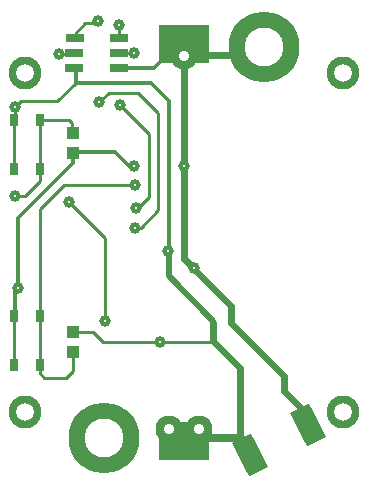
<source format=gbr>
G04 DipTrace 3.2.0.1*
G04 Âåðõíèé.gbr*
%MOMM*%
G04 #@! TF.FileFunction,Copper,L1,Top*
G04 #@! TF.Part,Single*
%AMOUTLINE0*
4,1,4,
-0.0733,-1.8343,
-1.52953,1.01517,
0.0733,1.8343,
1.52953,-1.01517,
-0.0733,-1.8343,
0*%
%AMOUTLINE3*
4,1,4,
0.7496,-0.3758,
0.75043,0.3742,
-0.7496,0.3758,
-0.75043,-0.3742,
0.7496,-0.3758,
0*%
%ADD15C,0.3*%
%ADD35C,1.5*%
%ADD36C,3.3*%
%ADD37C,0.9*%
G04 #@! TA.AperFunction,Conductor*
%ADD10C,0.25*%
%ADD14C,0.6*%
%ADD17C,0.35*%
%ADD18C,0.5*%
%ADD19C,0.7*%
G04 #@! TA.AperFunction,ComponentPad*
%ADD23C,2.8*%
%ADD24C,6.0*%
%ADD25R,1.0X1.1*%
G04 #@! TA.AperFunction,ComponentPad*
%ADD27C,2.3*%
%ADD28R,4.2X3.2*%
%ADD29R,0.7X1.1*%
G04 #@! TA.AperFunction,ViaPad*
%ADD34C,1.0*%
%ADD66OUTLINE0*%
%ADD69OUTLINE3*%
%FSLAX35Y35*%
G04*
G71*
G90*
G75*
G01*
G04 Top*
%LPD*%
X1051970Y-1541947D2*
D14*
Y-1464347D1*
X847950Y-1260327D1*
Y-1134087D1*
X393920Y-680057D1*
Y-534143D1*
X1280Y-141503D1*
Y649200D1*
X-551760Y1474373D2*
D15*
X-254960D1*
X-154333Y1575000D1*
X0D1*
D14*
Y1585410D1*
X605410D1*
D10*
X675000Y1655000D1*
X1280Y649200D2*
D14*
X0Y1575000D1*
X81533Y-215187D2*
X1280Y-141503D1*
X-940000Y755000D2*
D10*
Y763623D1*
D17*
X-582707D1*
D10*
X-468450Y649367D1*
X-421980D1*
X-940000Y755000D2*
D17*
Y673220D1*
X-1409827Y203393D1*
Y-388883D1*
D10*
X-1431383D1*
D17*
Y-616383D1*
D10*
X-1437500Y-622500D1*
Y-1037500D2*
Y-622500D1*
X553313Y-1796783D2*
D14*
X474890Y-1718357D1*
Y-1064650D1*
X246580Y-836340D1*
Y-681867D1*
D15*
Y-665510D1*
D18*
X-131203Y-287727D1*
Y-73790D1*
D15*
Y1199570D1*
X-283683Y1352050D1*
X-918313D1*
Y1464330D1*
X-928763Y1474780D1*
X-206500Y-840693D2*
D10*
X246580D1*
Y-836340D1*
X-206500Y-840693D2*
X-687570D1*
X-773263Y-755000D1*
X-940000D1*
X-1437500Y1037500D2*
X-1429197D1*
Y1149010D1*
X-1383027Y1195180D1*
X-1075183D1*
X-918313Y1352050D1*
X-1437500Y622500D2*
Y1037500D1*
X-1434233Y1150403D2*
X-1383027Y1195180D1*
X553313Y-1796783D2*
D19*
Y-1727423D1*
X480523Y-1654630D1*
X-26370D1*
D10*
X0Y-1681000D1*
X-133117Y-73790D2*
D15*
X-131203D1*
X-419263Y487223D2*
D10*
X-1016003D1*
X-1222500Y280727D1*
Y-622500D1*
X-940000Y-925000D2*
Y-1088710D1*
X-996297Y-1145007D1*
X-1185490D1*
X-1222500Y-1107997D1*
Y-1037500D1*
Y-622500D1*
X-553437Y1838343D2*
Y1730323D1*
X-551487Y1728373D1*
X-410337Y295387D2*
X-387540D1*
X-295473Y387453D1*
Y918237D1*
X-545530Y1168293D1*
X-730460Y1876063D2*
Y1856817D1*
X-838360D1*
X-928487Y1766690D1*
Y1728783D1*
X-413637Y122710D2*
X-369450D1*
X-218670Y273490D1*
Y1093543D1*
X-392093Y1266970D1*
X-638933D1*
X-720487Y1185417D1*
X-1056987Y1597400D2*
X-933007D1*
X-928623Y1601783D1*
X-425293Y1601153D2*
X-551407D1*
X-551623Y1601370D1*
X-667097Y-665390D2*
Y36550D1*
X-972023Y341477D1*
X-1222500Y1037500D2*
X-973620D1*
X-949767Y1013647D1*
Y934767D1*
X-940000Y925000D1*
X-1222500Y1037500D2*
Y622500D1*
Y521017D1*
X-1347757Y395760D1*
X-1433563D1*
D34*
X81533Y-215187D3*
X-206500Y-840693D3*
X-413637Y122710D3*
X-730460Y1876063D3*
X-553437Y1838343D3*
X-1056987Y1597400D3*
X-425293Y1601153D3*
X-667097Y-665390D3*
X-972023Y341477D3*
X1280Y649200D3*
X-421980Y649367D3*
X-419263Y487223D3*
X-410337Y295387D3*
X-720487Y1185417D3*
X-1409827Y-388883D3*
X-1434233Y1150403D3*
X-1433563Y395760D3*
X-133117Y-73790D3*
X-545530Y1168293D3*
D66*
X553317Y-1796783D3*
X1051970Y-1541943D3*
D69*
X-928763Y1474780D3*
X-928623Y1601783D3*
X-928487Y1728783D3*
X-551760Y1474373D3*
X-551623Y1601370D3*
X-551487Y1728373D3*
D23*
X1345000Y1435000D3*
D24*
X675000Y1655000D3*
X-675000Y-1655000D3*
D23*
X1345000Y-1435000D3*
X-1345000Y1435000D3*
Y-1435000D3*
D25*
X-940000Y755000D3*
Y925000D3*
Y-925000D3*
Y-755000D3*
D27*
X0Y1575000D3*
X-127000Y-1575000D3*
X127000D3*
D28*
X0Y1681000D3*
Y-1681000D3*
D29*
X-1222500Y1037500D3*
X-1437500D3*
X-1222500Y622500D3*
X-1437500D3*
X-1222500Y-622500D3*
X-1437500D3*
X-1222500Y-1037500D3*
X-1437500D3*
G04 Top Clear*
%LPC*%
D15*
X81533Y-215187D3*
X-206500Y-840693D3*
X-413637Y122710D3*
X-730460Y1876063D3*
X-553437Y1838343D3*
X-1056987Y1597400D3*
X-425293Y1601153D3*
X-667097Y-665390D3*
X-972023Y341477D3*
X1280Y649200D3*
X-421980Y649367D3*
X-419263Y487223D3*
X-410337Y295387D3*
X-720487Y1185417D3*
X-1409827Y-388883D3*
X-1434233Y1150403D3*
X-1433563Y395760D3*
X-133117Y-73790D3*
X-545530Y1168293D3*
D35*
X1345000Y1435000D3*
D36*
X675000Y1655000D3*
X-675000Y-1655000D3*
D35*
X1345000Y-1435000D3*
X-1345000Y1435000D3*
Y-1435000D3*
D37*
X0Y1575000D3*
X-127000Y-1575000D3*
X127000D3*
M02*

</source>
